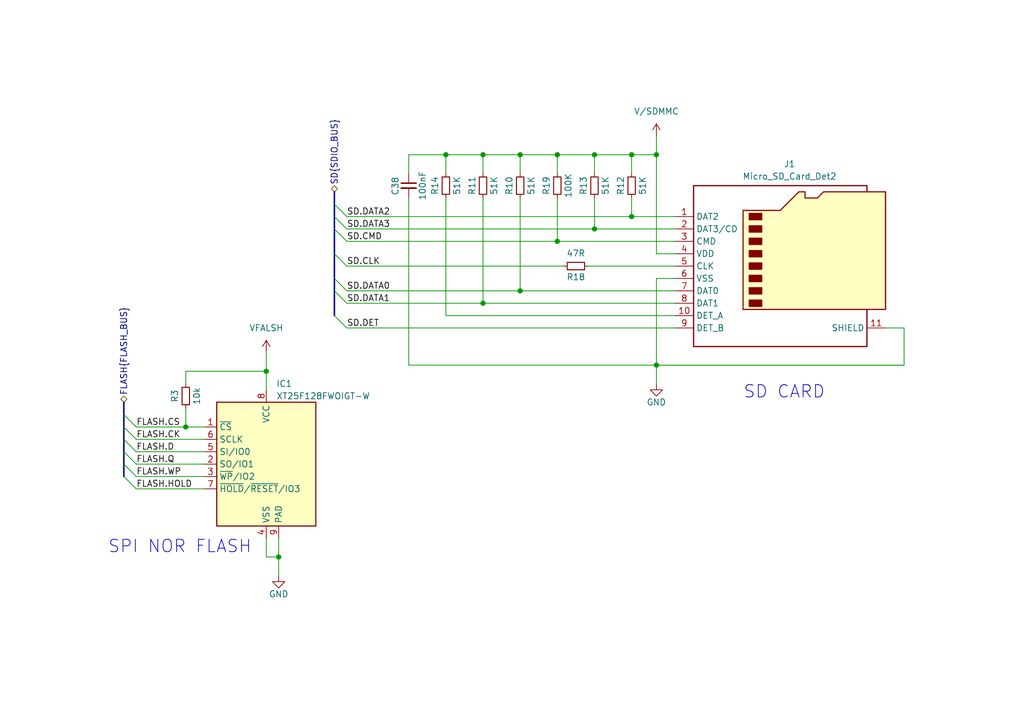
<source format=kicad_sch>
(kicad_sch (version 20250114) (generator "eeschema") (generator_version "9.0")
  (paper "A5")
  (title_block (title "MCU Storage") (date "2025-06-14") (company "Team:Badge"))
  (lib_symbols
    (symbol "Connector:Micro_SD_Card_Det2"
      (property "Reference" "J" (at -16.51 17.78 0))
      (property "Value" "Micro_SD_Card_Det2" (at 16.51 17.78 0))
      (symbol "Micro_SD_Card_Det2_0_1"
        (polyline (pts (xy -8.89 -8.89) (xy -8.89 11.43) (xy -1.27 11.43) (xy 2.54 15.24) (xy 3.81 15.24) (xy 3.81 13.97) (xy 6.35 13.97) (xy 7.62 15.24) (xy 20.32 15.24) (xy 20.32 -8.89) (xy -8.89 -8.89)) (stroke (width 0.254)) (fill (type background)))
        (rectangle (start -7.62 10.795) (end -5.08 9.525) (stroke (width 0.254)) (fill (type outline)))
        (rectangle (start -7.62 8.255) (end -5.08 6.985) (stroke (width 0.254)) (fill (type outline)))
        (rectangle (start -7.62 5.715) (end -5.08 4.445) (stroke (width 0.254)) (fill (type outline)))
        (rectangle (start -7.62 3.175) (end -5.08 1.905) (stroke (width 0.254)) (fill (type outline)))
        (rectangle (start -7.62 0.635) (end -5.08 -0.635) (stroke (width 0.254)) (fill (type outline)))
        (rectangle (start -7.62 -1.905) (end -5.08 -3.175) (stroke (width 0.254)) (fill (type outline)))
        (rectangle (start -7.62 -4.445) (end -5.08 -5.715) (stroke (width 0.254)) (fill (type outline)))
        (rectangle (start -7.62 -6.985) (end -5.08 -8.255) (stroke (width 0.254)) (fill (type outline)))
        (polyline (pts (xy 16.51 15.24) (xy 16.51 16.51) (xy -19.05 16.51) (xy -19.05 -16.51) (xy 16.51 -16.51) (xy 16.51 -8.89)) (stroke (width 0.254)))
      )
      (symbol "Micro_SD_Card_Det2_1_1"
        (pin bidirectional line (at -22.86 10.16 0) (length 3.81) (name "DAT2") (number "1"))
        (pin bidirectional line (at -22.86 7.62 0) (length 3.81) (name "DAT3/CD") (number "2"))
        (pin input line (at -22.86 5.08 0) (length 3.81) (name "CMD") (number "3"))
        (pin power_in line (at -22.86 2.54 0) (length 3.81) (name "VDD") (number "4"))
        (pin input line (at -22.86 0 0) (length 3.81) (name "CLK") (number "5"))
        (pin power_in line (at -22.86 -2.54 0) (length 3.81) (name "VSS") (number "6"))
        (pin bidirectional line (at -22.86 -5.08 0) (length 3.81) (name "DAT0") (number "7"))
        (pin bidirectional line (at -22.86 -7.62 0) (length 3.81) (name "DAT1") (number "8"))
        (pin passive line (at -22.86 -10.16 0) (length 3.81) (name "DET_A") (number "10"))
        (pin passive line (at -22.86 -12.7 0) (length 3.81) (name "DET_B") (number "9"))
        (pin passive line (at 20.32 -12.7 180) (length 3.81) (name "SHIELD") (number "11"))
      )
    )
    (symbol "Device:C_Small" (pin_numbers (hide yes)) (pin_names (offset 0.254) (hide yes))
      (property "Reference" "C" (at 0.254 1.778 0))
      (property "Value" "C_Small" (at 0.254 -2.032 0))
      (symbol "C_Small_0_1"
        (polyline (pts (xy -1.524 0.508) (xy 1.524 0.508)) (stroke (width 0.3048)))
        (polyline (pts (xy -1.524 -0.508) (xy 1.524 -0.508)) (stroke (width 0.3302)))
      )
      (symbol "C_Small_1_1"
        (pin passive line (at 0 2.54 270) (length 2.032) (name "~") (number "1"))
        (pin passive line (at 0 -2.54 90) (length 2.032) (name "~") (number "2"))
      )
    )
    (symbol "Device:R_Small" (pin_numbers (hide yes)) (pin_names (offset 0.254) (hide yes))
      (property "Reference" "R" (at 0 0 90))
      (property "Value" "R_Small" (at 1.778 0 90))
      (symbol "R_Small_0_1"
        (rectangle (start -0.762 1.778) (end 0.762 -1.778) (stroke (width 0.2032)))
      )
      (symbol "R_Small_1_1"
        (pin passive line (at 0 2.54 270) (length 0.762) (name "~") (number "1"))
        (pin passive line (at 0 -2.54 90) (length 0.762) (name "~") (number "2"))
      )
    )
    (symbol "custom_symbols:XT25F128FWOIGT-W"
      (property "Reference" "U" (at 0.508 3.048 0))
      (property "Value" "XT25F128FWOIGT-W" (at -1.524 1.016 0))
      (symbol "XT25F128FWOIGT-W_0_1"
        (rectangle (start 0 0) (end 20.32 -25.4) (stroke (width 0.254)) (fill (type background)))
      )
      (symbol "XT25F128FWOIGT-W_1_1"
        (pin input line (at -2.54 -5.08 0) (length 2.54) (name "~{CS}") (number "1"))
        (pin input line (at -2.54 -7.62 0) (length 2.54) (name "SCLK") (number "6"))
        (pin bidirectional line (at -2.54 -10.16 0) (length 2.54) (name "SI/IO0") (number "5"))
        (pin bidirectional line (at -2.54 -12.7 0) (length 2.54) (name "SO/IO1") (number "2"))
        (pin bidirectional line (at -2.54 -15.24 0) (length 2.54) (name "~{WP}/IO2") (number "3"))
        (pin bidirectional line (at -2.54 -17.78 0) (length 2.54) (name "~{HOLD}/~{RESET}/IO3") (number "7"))
        (pin power_in line (at 10.16 2.54 270) (length 2.54) (name "VCC") (number "8"))
        (pin power_in line (at 10.16 -27.94 90) (length 2.54) (name "VSS") (number "4"))
        (pin passive line (at 12.7 -27.94 90) (length 2.54) (name "PAD") (number "9"))
      )
    )
    (symbol "power:GND" (power) (pin_numbers (hide yes)) (pin_names (offset 0) (hide yes))
      (property "Value" "GND" (at 0 -3.81 0))
      (symbol "GND_0_1"
        (polyline (pts (xy 0 0) (xy 0 -1.27) (xy 1.27 -1.27) (xy 0 -2.54) (xy -1.27 -1.27) (xy 0 -1.27)))
      )
      (symbol "GND_1_1"
        (pin power_in line (at 0 0 270) (length 0) (name "~") (number "1"))
      )
    )
    (symbol "power:VDD" (power) (pin_numbers (hide yes)) (pin_names (offset 0) (hide yes))
      (property "Value" "VDD" (at 0 3.556 0))
      (symbol "VDD_0_1"
        (polyline (pts (xy -0.762 1.27) (xy 0 2.54)))
        (polyline (pts (xy 0 2.54) (xy 0.762 1.27)))
        (polyline (pts (xy 0 0) (xy 0 2.54)))
      )
      (symbol "VDD_1_1"
        (pin power_in line (at 0 0 90) (length 0) (name "~") (number "1"))
      )
    )
    (symbol "power:Vdrive" (power) (pin_numbers (hide yes)) (pin_names (offset 0) (hide yes))
      (property "Value" "Vdrive" (at 0 3.556 0))
      (symbol "Vdrive_0_1"
        (polyline (pts (xy -0.762 1.27) (xy 0 2.54)))
        (polyline (pts (xy 0 2.54) (xy 0.762 1.27)))
        (polyline (pts (xy 0 0) (xy 0 2.54)))
      )
      (symbol "Vdrive_1_1"
        (pin power_in line (at 0 0 90) (length 0) (name "~") (number "1"))
      )
    )
  )
  (text "SD CARD" (at 152.4 82.042 0) (effects (font (size 2.54 2.54)) (justify left bottom)))
  (text "SPI NOR FLASH" (at 22.098 113.792 0) (effects (font (size 2.54 2.54)) (justify left bottom)))
  (junction (at 38.1 87.63))
  (junction (at 134.62 74.93))
  (junction (at 106.68 59.69))
  (junction (at 121.92 31.75))
  (junction (at 54.61 76.2))
  (junction (at 91.44 31.75))
  (junction (at 114.3 31.75))
  (junction (at 99.06 31.75))
  (junction (at 57.15 114.3))
  (junction (at 121.92 46.99))
  (junction (at 99.06 62.23))
  (junction (at 106.68 31.75))
  (junction (at 129.54 31.75))
  (junction (at 129.54 44.45))
  (junction (at 134.62 31.75))
  (junction (at 114.3 49.53))
  (bus_entry (at 68.58 59.69) (size 2.54 2.54))
  (bus_entry (at 68.58 52.07) (size 2.54 2.54))
  (bus_entry (at 25.4 95.25) (size 2.54 2.54))
  (bus_entry (at 68.58 41.91) (size 2.54 2.54))
  (bus_entry (at 25.4 92.71) (size 2.54 2.54))
  (bus_entry (at 25.4 97.79) (size 2.54 2.54))
  (bus_entry (at 25.4 85.09) (size 2.54 2.54))
  (bus_entry (at 25.4 87.63) (size 2.54 2.54))
  (bus_entry (at 25.4 90.17) (size 2.54 2.54))
  (bus_entry (at 68.58 46.99) (size 2.54 2.54))
  (bus_entry (at 68.58 64.77) (size 2.54 2.54))
  (bus_entry (at 68.58 44.45) (size 2.54 2.54))
  (bus_entry (at 68.58 57.15) (size 2.54 2.54))
  (bus (pts (xy 25.4 82.55) (xy 25.4 85.09)))
  (wire (pts (xy 134.62 52.07) (xy 138.43 52.07)) (stroke (width 0.1524)))
  (wire (pts (xy 71.12 59.69) (xy 106.68 59.69)))
  (wire (pts (xy 106.68 31.75) (xy 106.68 35.56)))
  (bus (pts (xy 25.4 87.63) (xy 25.4 90.17)))
  (wire (pts (xy 121.92 31.75) (xy 114.3 31.75)))
  (wire (pts (xy 91.44 64.77) (xy 138.43 64.77)))
  (wire (pts (xy 134.62 68.58) (xy 134.62 74.93)) (stroke (width 0.1524)))
  (wire (pts (xy 121.92 31.75) (xy 121.92 35.56)))
  (wire (pts (xy 99.06 31.75) (xy 99.06 35.56)))
  (wire (pts (xy 41.91 87.63) (xy 38.1 87.63)))
  (wire (pts (xy 27.94 92.71) (xy 41.91 92.71)))
  (bus (pts (xy 68.58 39.37) (xy 68.58 41.91)))
  (wire (pts (xy 129.54 31.75) (xy 134.62 31.75)))
  (wire (pts (xy 83.82 74.93) (xy 134.62 74.93)))
  (wire (pts (xy 106.68 59.69) (xy 106.68 40.64)))
  (wire (pts (xy 134.62 57.15) (xy 138.43 57.15)))
  (wire (pts (xy 134.62 27.94) (xy 134.62 31.75)))
  (wire (pts (xy 134.62 78.74) (xy 134.62 74.93)))
  (wire (pts (xy 38.1 76.2) (xy 54.61 76.2)))
  (wire (pts (xy 99.06 31.75) (xy 91.44 31.75)))
  (wire (pts (xy 71.12 67.31) (xy 138.43 67.31)))
  (wire (pts (xy 185.42 74.93) (xy 185.42 67.31)))
  (wire (pts (xy 54.61 110.49) (xy 54.61 114.3)))
  (wire (pts (xy 129.54 31.75) (xy 121.92 31.75)))
  (wire (pts (xy 83.82 31.75) (xy 91.44 31.75)))
  (wire (pts (xy 129.54 44.45) (xy 129.54 40.64)))
  (bus (pts (xy 68.58 52.07) (xy 68.58 57.15)))
  (wire (pts (xy 134.62 57.15) (xy 134.62 68.58)))
  (wire (pts (xy 54.61 72.39) (xy 54.61 76.2)))
  (wire (pts (xy 71.12 54.61) (xy 115.57 54.61)))
  (wire (pts (xy 83.82 40.64) (xy 83.82 74.93)))
  (bus (pts (xy 68.58 46.99) (xy 68.58 52.07)))
  (wire (pts (xy 57.15 114.3) (xy 57.15 110.49)) (stroke (width 0.1524)))
  (wire (pts (xy 83.82 35.56) (xy 83.82 31.75)))
  (wire (pts (xy 120.65 54.61) (xy 138.43 54.61)))
  (wire (pts (xy 91.44 64.77) (xy 91.44 40.64)))
  (wire (pts (xy 138.43 59.69) (xy 106.68 59.69)))
  (wire (pts (xy 27.94 87.63) (xy 38.1 87.63)))
  (wire (pts (xy 57.15 118.11) (xy 57.15 114.3)))
  (wire (pts (xy 38.1 78.74) (xy 38.1 76.2)))
  (wire (pts (xy 99.06 62.23) (xy 99.06 40.64)))
  (bus (pts (xy 68.58 57.15) (xy 68.58 59.69)))
  (bus (pts (xy 25.4 85.09) (xy 25.4 87.63)))
  (wire (pts (xy 114.3 49.53) (xy 138.43 49.53)))
  (wire (pts (xy 71.12 62.23) (xy 99.06 62.23)))
  (wire (pts (xy 114.3 40.64) (xy 114.3 49.53)))
  (wire (pts (xy 71.12 46.99) (xy 121.92 46.99)))
  (wire (pts (xy 27.94 100.33) (xy 41.91 100.33)))
  (wire (pts (xy 99.06 62.23) (xy 138.43 62.23)))
  (wire (pts (xy 27.94 90.17) (xy 41.91 90.17)))
  (wire (pts (xy 138.43 46.99) (xy 121.92 46.99)))
  (wire (pts (xy 138.43 44.45) (xy 129.54 44.45)))
  (wire (pts (xy 54.61 114.3) (xy 57.15 114.3)))
  (wire (pts (xy 38.1 87.63) (xy 38.1 83.82)))
  (bus (pts (xy 25.4 95.25) (xy 25.4 97.79)))
  (wire (pts (xy 114.3 31.75) (xy 106.68 31.75)))
  (wire (pts (xy 106.68 31.75) (xy 99.06 31.75)))
  (wire (pts (xy 71.12 44.45) (xy 129.54 44.45)))
  (wire (pts (xy 54.61 76.2) (xy 54.61 80.01)))
  (wire (pts (xy 27.94 95.25) (xy 41.91 95.25)))
  (wire (pts (xy 129.54 35.56) (xy 129.54 31.75)))
  (wire (pts (xy 134.62 74.93) (xy 185.42 74.93)))
  (wire (pts (xy 134.62 74.93) (xy 185.42 74.93)) (stroke (width 0.1524)))
  (wire (pts (xy 114.3 31.75) (xy 114.3 35.56)))
  (wire (pts (xy 121.92 46.99) (xy 121.92 40.64)))
  (wire (pts (xy 185.42 67.31) (xy 181.61 67.31)))
  (wire (pts (xy 91.44 31.75) (xy 91.44 35.56)))
  (wire (pts (xy 71.12 49.53) (xy 114.3 49.53)))
  (wire (pts (xy 27.94 97.79) (xy 41.91 97.79)))
  (bus (pts (xy 68.58 59.69) (xy 68.58 64.77)))
  (bus (pts (xy 68.58 41.91) (xy 68.58 44.45)))
  (bus (pts (xy 25.4 92.71) (xy 25.4 95.25)))
  (wire (pts (xy 134.62 31.75) (xy 134.62 52.07)) (stroke (width 0.1524)))
  (bus (pts (xy 68.58 44.45) (xy 68.58 46.99)))
  (bus (pts (xy 25.4 90.17) (xy 25.4 92.71)))
  (label "FLASH.WP" (at 27.94 97.79 0))
  (label "SD.DATA1" (at 71.12 62.23 0))
  (label "SD.CLK" (at 71.12 54.61 0))
  (label "SD.CMD" (at 71.12 49.53 0))
  (label "SD.DATA0" (at 71.12 59.69 0))
  (label "SD.DET" (at 71.12 67.31 0))
  (label "FLASH.Q" (at 27.94 95.25 0))
  (label "SD.DATA3" (at 71.12 46.99 0))
  (label "FLASH.HOLD" (at 27.94 100.33 0))
  (label "FLASH.D" (at 27.94 92.71 0))
  (label "FLASH.CS" (at 27.94 87.63 0))
  (label "SD.DATA2" (at 71.12 44.45 0))
  (label "FLASH.CK" (at 27.94 90.17 0))
  (hierarchical_label "SD{SDIO_BUS}" (shape bidirectional) (at 68.58 39.37 90))
  (hierarchical_label "FLASH{FLASH_BUS}" (shape bidirectional) (at 25.4 82.55 90) (effects (font (thickness 0.1588))))
  (symbol (lib_id "Device:R_Small") (at 91.44 38.1 0) (unit 1)
    (property "Reference" "R14" (at 89.916 38.1 90) (effects (justify bottom)))
    (property "Value" "51K" (at 92.964 38.1 90) (effects (justify top)))
    (property "Footprint" "Resistor_SMD:R_0201_0603Metric" (effects (hide yes)))
    (property "Description" "Resistor, small symbol" (effects (hide yes)))
    (property "LCSC" "C473471" (effects (hide yes)))
  )
  (symbol (lib_id "Device:R_Small") (at 114.3 38.1 0) (unit 1)
    (property "Reference" "R19" (at 112.776 38.1 90) (effects (justify bottom)))
    (property "Value" "100K" (at 115.824 38.1 90) (effects (justify top)))
    (property "Footprint" "Resistor_SMD:R_0201_0603Metric" (effects (hide yes)))
    (property "Description" "Resistor, small symbol" (effects (hide yes)))
    (property "LCSC" "C270364" (effects (hide yes)))
  )
  (symbol (lib_id "Device:R_Small") (at 106.68 38.1 0) (unit 1)
    (property "Reference" "R10" (at 105.156 38.1 90) (effects (justify bottom)))
    (property "Value" "51K" (at 108.204 38.1 90) (effects (justify top)))
    (property "Footprint" "Resistor_SMD:R_0201_0603Metric" (effects (hide yes)))
    (property "Description" "Resistor, small symbol" (effects (hide yes)))
    (property "LCSC" "C473471" (effects (hide yes)))
  )
  (symbol (lib_id "power:VDD") (at 134.62 27.94 0) (unit 1)
    (property "Reference" "#PWR011" (effects (hide yes)))
    (property "Value" "V/SDMMC" (at 134.62 22.86 0))
    (property "Description" "Power symbol creates a global label with name \"V/SDMMC\"" (effects (hide yes)))
  )
  (symbol (lib_id "power:GND") (at 134.62 78.74 0) (unit 1)
    (property "Reference" "#PWR022" (effects (hide yes)))
    (property "Value" "GND" (at 134.62 82.55 0))
    (property "Description" "Power symbol creates a global label with name \"GND\" , ground" (effects (hide yes)))
  )
  (symbol (lib_id "Device:R_Small") (at 99.06 38.1 0) (unit 1)
    (property "Reference" "R11" (at 97.536 38.1 90) (effects (justify bottom)))
    (property "Value" "51K" (at 100.584 38.1 90) (effects (justify top)))
    (property "Footprint" "Resistor_SMD:R_0201_0603Metric" (effects (hide yes)))
    (property "Description" "Resistor, small symbol" (effects (hide yes)))
    (property "LCSC" "C473471" (effects (hide yes)))
  )
  (symbol (lib_id "custom_symbols:XT25F128FWOIGT-W") (at 44.45 82.55 0) (unit 1)
    (property "Reference" "IC1" (at 56.642 78.74 0) (effects (justify left)))
    (property "Value" "XT25F128FWOIGT-W" (at 56.642 81.28 0) (effects (justify left)))
    (property "Footprint" "Package_SON:WSON-8-1EP_6x5mm_P1.27mm_EP3.4x4mm" (effects (hide yes)))
    (property "Datasheet" "kicad-embed://2410121513_XTX-XT25F128FWOIGT-W_C3202839.pdf" (effects (hide yes)))
    (property "Description" "NOR Flash" (effects (hide yes)))
    (property "LCSC" "C3202839" (effects (hide yes)))
    (property "JLCPCB_CORRECTION" "0; 0; -90" (effects (hide yes)))
  )
  (symbol (lib_id "Device:C_Small") (at 83.82 38.1 0) (unit 1)
    (property "Reference" "C38" (at 81.788 40.132 90) (effects (justify left bottom)))
    (property "Value" "100nF" (at 87.376 41.148 90) (effects (justify left bottom)))
    (property "Footprint" "Capacitor_SMD:C_0201_0603Metric" (effects (hide yes)))
    (property "Description" "Unpolarized capacitor, small symbol" (effects (hide yes)))
    (property "LCSC" "C301918" (effects (hide yes)))
  )
  (symbol (lib_id "Connector:Micro_SD_Card_Det2") (at 161.29 54.61 0) (unit 1)
    (property "Reference" "J1" (at 161.925 33.655 0))
    (property "Value" "Micro_SD_Card_Det2" (at 161.925 36.195 0))
    (property "Footprint" "custom_footprints:uSD_CARD" (effects (hide yes)))
    (property "Datasheet" "kicad-embed://2411220147_HOAUC-HYCW110-TF10-180B_C2962030.pdf" (effects (hide yes)))
    (property "Description" "Micro SD Card Socket with two card detection pins" (effects (hide yes)))
    (property "LCSC" "C2962030" (effects (hide yes)))
  )
  (symbol (lib_id "Device:R_Small") (at 118.11 54.61 90) (unit 1)
    (property "Reference" "R18" (at 118.11 56.134 90) (effects (justify bottom)))
    (property "Value" "47R" (at 118.11 52.705 90) (effects (justify top)))
    (property "Footprint" "Resistor_SMD:R_0201_0603Metric" (effects (hide yes)))
    (property "Description" "Resistor, small symbol" (effects (hide yes)))
    (property "LCSC" "C620443" (effects (hide yes)))
  )
  (symbol (lib_id "power:GND") (at 57.15 118.11 0) (unit 1)
    (property "Reference" "#PWR13" (effects (hide yes)))
    (property "Value" "GND" (at 57.15 121.92 0))
    (property "Description" "Power symbol creates a global label with name \"GND\" , ground" (effects (hide yes)))
  )
  (symbol (lib_id "Device:R_Small") (at 121.92 38.1 0) (unit 1)
    (property "Reference" "R13" (at 120.396 38.1 90) (effects (justify bottom)))
    (property "Value" "51K" (at 123.444 38.1 90) (effects (justify top)))
    (property "Footprint" "Resistor_SMD:R_0201_0603Metric" (effects (hide yes)))
    (property "Description" "Resistor, small symbol" (effects (hide yes)))
    (property "LCSC" "C473471" (effects (hide yes)))
  )
  (symbol (lib_id "Device:R_Small") (at 129.54 38.1 0) (unit 1)
    (property "Reference" "R12" (at 128.016 38.1 90) (effects (justify bottom)))
    (property "Value" "51K" (at 131.064 38.1 90) (effects (justify top)))
    (property "Footprint" "Resistor_SMD:R_0201_0603Metric" (effects (hide yes)))
    (property "Description" "Resistor, small symbol" (effects (hide yes)))
    (property "LCSC" "C473471" (effects (hide yes)))
  )
  (symbol (lib_id "power:Vdrive") (at 54.61 72.39 0) (unit 1)
    (property "Reference" "#PWR033" (effects (hide yes)))
    (property "Value" "VFALSH" (at 54.61 67.31 0))
    (property "Description" "Power symbol creates a global label with name \"VFALSH\"" (effects (hide yes)))
  )
  (symbol (lib_id "Device:R_Small") (at 38.1 81.28 0) (unit 1)
    (property "Reference" "R3" (at 36.576 81.28 90) (effects (justify bottom)))
    (property "Value" "10k" (at 39.624 81.28 90) (effects (justify top)))
    (property "Footprint" "Resistor_SMD:R_0201_0603Metric" (effects (hide yes)))
    (property "Description" "Resistor, small symbol" (effects (hide yes)))
    (property "LCSC" "C473048" (effects (hide yes)))
  )
)
</source>
